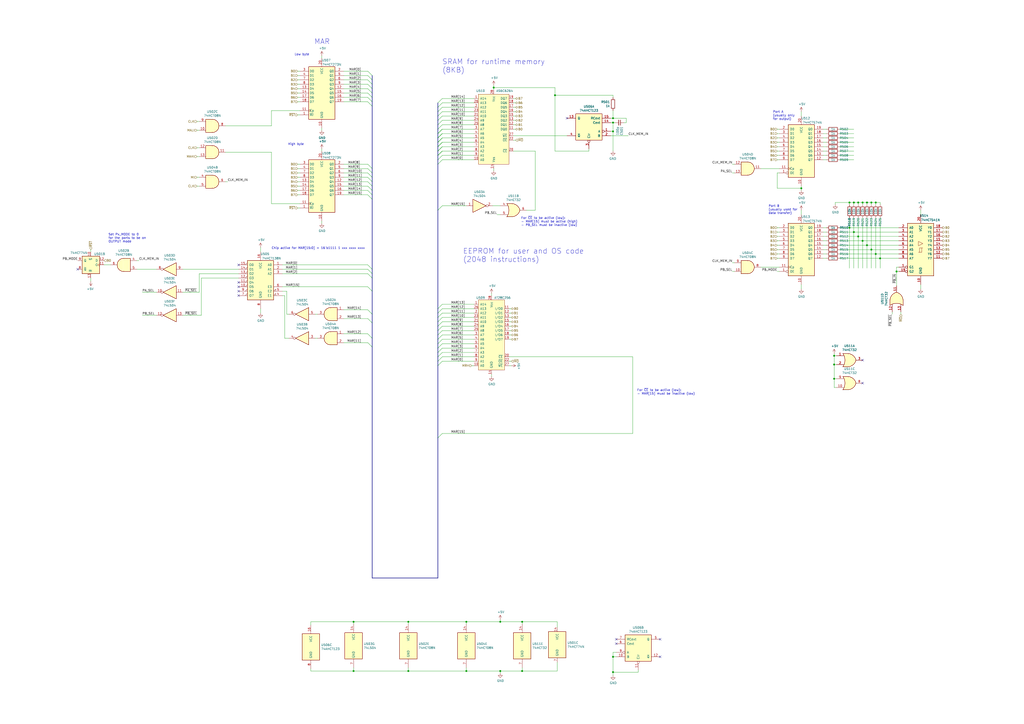
<source format=kicad_sch>
(kicad_sch (version 20211123) (generator eeschema)
  (paper "A2")
  (junction (at 510.54 149.86))
  (junction (at 355.6 76.2))
  (junction (at 290.195 360.68))
  (junction (at 505.46 117.475))
  (junction (at 492.76 117.475))
  (junction (at 355.6 381))
  (junction (at 508 117.475))
  (junction (at 302.895 389.255))
  (junction (at 302.895 360.68))
  (junction (at 236.855 389.255))
  (junction (at 321.945 55.245))
  (junction (at 270.51 360.68))
  (junction (at 495.3 117.475))
  (junction (at 236.855 360.68))
  (junction (at 502.92 142.24))
  (junction (at 497.84 117.475))
  (junction (at 500.38 117.475))
  (junction (at 495.3 134.62))
  (junction (at 508 147.32))
  (junction (at 355.6 389.89))
  (junction (at 290.195 389.255))
  (junction (at 205.105 360.68))
  (junction (at 286.385 50.8))
  (junction (at 520.065 157.48))
  (junction (at 355.6 68.58))
  (junction (at 505.46 144.78))
  (junction (at 205.105 389.255))
  (junction (at 500.38 139.7))
  (junction (at 502.92 117.475))
  (junction (at 270.51 389.255))
  (junction (at 464.82 109.22))
  (junction (at 497.84 137.16))
  (junction (at 483.87 219.71))
  (junction (at 483.87 211.455))
  (junction (at 492.76 132.08))
  (junction (at 483.87 206.375))
  (junction (at 355.6 71.12))
  (no_connect (at 138.43 153.67))
  (no_connect (at 357.505 370.84))
  (no_connect (at 357.505 373.38))
  (no_connect (at 500.38 208.915))
  (no_connect (at 138.43 168.91))
  (no_connect (at 138.43 163.83))
  (no_connect (at 500.38 222.25))
  (no_connect (at 138.43 171.45))
  (no_connect (at 382.905 370.84))
  (no_connect (at 45.085 156.21))
  (no_connect (at 138.43 166.37))
  (no_connect (at 382.905 381))
  (no_connect (at 328.93 68.58))
  (bus_entry (at 213.36 43.815) (size 2.54 2.54))
  (bus_entry (at 254 82.55) (size 2.54 -2.54))
  (bus_entry (at 213.36 53.975) (size 2.54 2.54))
  (bus_entry (at 256.54 77.47) (size -2.54 2.54))
  (bus_entry (at 213.36 107.95) (size 2.54 2.54))
  (bus_entry (at 256.54 77.47) (size -2.54 2.54))
  (bus_entry (at 254 189.23) (size 2.54 -2.54))
  (bus_entry (at 254 204.47) (size 2.54 -2.54))
  (bus_entry (at 256.54 191.77) (size -2.54 2.54))
  (bus_entry (at 213.36 110.49) (size 2.54 2.54))
  (bus_entry (at 254 69.85) (size 2.54 -2.54))
  (bus_entry (at 254 64.77) (size 2.54 -2.54))
  (bus_entry (at 254 85.09) (size 2.54 -2.54))
  (bus_entry (at 254 90.17) (size 2.54 -2.54))
  (bus_entry (at 215.9 156.21) (size -2.54 -2.54))
  (bus_entry (at 254 184.15) (size 2.54 -2.54))
  (bus_entry (at 213.36 41.275) (size 2.54 2.54))
  (bus_entry (at 213.36 95.25) (size 2.54 2.54))
  (bus_entry (at 256.54 69.85) (size -2.54 2.54))
  (bus_entry (at 213.36 56.515) (size 2.54 2.54))
  (bus_entry (at 256.54 72.39) (size -2.54 2.54))
  (bus_entry (at 213.36 51.435) (size 2.54 2.54))
  (bus_entry (at 213.36 113.03) (size 2.54 2.54))
  (bus_entry (at 213.36 100.33) (size 2.54 2.54))
  (bus_entry (at 256.54 80.01) (size -2.54 2.54))
  (bus_entry (at 213.36 46.355) (size 2.54 2.54))
  (bus_entry (at 215.9 158.75) (size -2.54 -2.54))
  (bus_entry (at 254 179.07) (size 2.54 -2.54))
  (bus_entry (at 215.9 161.29) (size -2.54 -2.54))
  (bus_entry (at 213.36 97.79) (size 2.54 2.54))
  (bus_entry (at 215.9 168.91) (size -2.54 -2.54))
  (bus_entry (at 254 77.47) (size 2.54 -2.54))
  (bus_entry (at 215.9 187.325) (size -2.54 -2.54))
  (bus_entry (at 213.36 59.055) (size 2.54 2.54))
  (bus_entry (at 254 67.31) (size 2.54 -2.54))
  (bus_entry (at 213.36 48.895) (size 2.54 2.54))
  (bus_entry (at 213.36 179.705) (size 2.54 2.54))
  (bus_entry (at 215.9 201.295) (size -2.54 -2.54))
  (bus_entry (at 254 181.61) (size 2.54 -2.54))
  (bus_entry (at 256.54 194.31) (size -2.54 2.54))
  (bus_entry (at 256.54 119.38) (size -2.54 2.54))
  (bus_entry (at 254 186.69) (size 2.54 -2.54))
  (bus_entry (at 215.9 196.215) (size -2.54 -2.54))
  (bus_entry (at 254 209.55) (size 2.54 -2.54))
  (bus_entry (at 254 62.23) (size 2.54 -2.54))
  (bus_entry (at 256.54 199.39) (size -2.54 2.54))
  (bus_entry (at 254 95.25) (size 2.54 -2.54))
  (bus_entry (at 254 207.01) (size 2.54 -2.54))
  (bus_entry (at 254 90.17) (size 2.54 -2.54))
  (bus_entry (at 254 87.63) (size 2.54 -2.54))
  (bus_entry (at 254 191.77) (size 2.54 -2.54))
  (bus_entry (at 213.36 105.41) (size 2.54 2.54))
  (bus_entry (at 256.54 82.55) (size -2.54 2.54))
  (bus_entry (at 256.54 251.46) (size -2.54 2.54))
  (bus_entry (at 254 92.71) (size 2.54 -2.54))
  (bus_entry (at 254 212.09) (size 2.54 -2.54))
  (bus_entry (at 254 59.69) (size 2.54 -2.54))
  (bus_entry (at 213.36 102.87) (size 2.54 2.54))
  (bus_entry (at 256.54 196.85) (size -2.54 2.54))
  (bus_entry (at 256.54 74.93) (size -2.54 2.54))
  (bus_entry (at 254 87.63) (size 2.54 -2.54))
  (wire (pts (xy 487.045 147.32) (xy 508 147.32)))
  (wire (pts (xy 534.035 121.92) (xy 534.035 124.46)))
  (wire (pts (xy 464.82 109.22) (xy 464.82 107.95)))
  (wire (pts (xy 256.54 82.55) (xy 274.955 82.55)))
  (wire (pts (xy 256.54 69.85) (xy 274.955 69.85)))
  (bus (pts (xy 215.9 51.435) (xy 215.9 53.975)))
  (wire (pts (xy 163.83 166.37) (xy 213.36 166.37)))
  (wire (pts (xy 116.84 182.88) (xy 116.84 161.29)))
  (wire (pts (xy 114.3 85.725) (xy 115.57 85.725)))
  (wire (pts (xy 297.815 64.77) (xy 299.085 64.77)))
  (wire (pts (xy 487.045 139.7) (xy 500.38 139.7)))
  (wire (pts (xy 199.39 110.49) (xy 213.36 110.49)))
  (wire (pts (xy 274.955 184.15) (xy 256.54 184.15)))
  (bus (pts (xy 254 77.47) (xy 254 80.01)))
  (wire (pts (xy 186.69 75.565) (xy 186.69 74.295)))
  (wire (pts (xy 256.54 74.93) (xy 274.955 74.93)))
  (wire (pts (xy 138.43 158.75) (xy 115.57 158.75)))
  (wire (pts (xy 355.6 56.515) (xy 355.6 55.245)))
  (wire (pts (xy 199.39 41.275) (xy 213.36 41.275)))
  (wire (pts (xy 286.385 50.8) (xy 321.945 50.8)))
  (wire (pts (xy 256.54 194.31) (xy 274.955 194.31)))
  (bus (pts (xy 215.9 46.355) (xy 215.9 48.895)))
  (wire (pts (xy 114.3 102.87) (xy 115.57 102.87)))
  (wire (pts (xy 274.955 209.55) (xy 256.54 209.55)))
  (wire (pts (xy 256.54 92.71) (xy 274.955 92.71)))
  (bus (pts (xy 254 85.09) (xy 254 87.63)))
  (wire (pts (xy 295.275 194.31) (xy 296.545 194.31)))
  (wire (pts (xy 274.955 189.23) (xy 256.54 189.23)))
  (wire (pts (xy 357.505 378.46) (xy 355.6 378.46)))
  (wire (pts (xy 157.48 118.11) (xy 173.99 118.11)))
  (wire (pts (xy 450.85 109.22) (xy 464.82 109.22)))
  (wire (pts (xy 186.69 129.54) (xy 186.69 128.27)))
  (wire (pts (xy 354.33 76.2) (xy 355.6 76.2)))
  (wire (pts (xy 479.425 82.55) (xy 477.52 82.55)))
  (wire (pts (xy 290.195 389.255) (xy 302.895 389.255)))
  (wire (pts (xy 364.49 78.74) (xy 354.33 78.74)))
  (wire (pts (xy 205.105 389.255) (xy 236.855 389.255)))
  (bus (pts (xy 215.9 56.515) (xy 215.9 59.055)))
  (wire (pts (xy 270.51 389.255) (xy 290.195 389.255)))
  (wire (pts (xy 484.505 117.475) (xy 492.76 117.475)))
  (bus (pts (xy 215.9 335.28) (xy 254 335.28)))
  (wire (pts (xy 199.39 95.25) (xy 213.36 95.25)))
  (wire (pts (xy 497.84 126.365) (xy 497.84 137.16)))
  (wire (pts (xy 492.76 155.575) (xy 492.76 132.08)))
  (wire (pts (xy 295.275 189.23) (xy 296.545 189.23)))
  (wire (pts (xy 79.375 156.21) (xy 90.805 156.21)))
  (bus (pts (xy 254 204.47) (xy 254 207.01)))
  (wire (pts (xy 286.385 50.8) (xy 286.385 52.07)))
  (wire (pts (xy 487.045 142.24) (xy 502.92 142.24)))
  (wire (pts (xy 505.46 155.575) (xy 505.46 144.78)))
  (wire (pts (xy 363.22 71.12) (xy 363.22 68.58)))
  (bus (pts (xy 215.9 182.245) (xy 215.9 187.325)))
  (wire (pts (xy 357.505 381) (xy 355.6 381)))
  (wire (pts (xy 285.115 217.17) (xy 285.115 218.44)))
  (wire (pts (xy 205.105 360.68) (xy 236.855 360.68)))
  (wire (pts (xy 114.3 90.805) (xy 115.57 90.805)))
  (wire (pts (xy 355.6 68.58) (xy 354.33 68.58)))
  (wire (pts (xy 487.045 87.63) (xy 495.3 87.63)))
  (bus (pts (xy 254 189.23) (xy 254 191.77)))
  (bus (pts (xy 254 74.93) (xy 254 77.47)))
  (wire (pts (xy 297.815 72.39) (xy 299.085 72.39)))
  (wire (pts (xy 295.275 196.85) (xy 296.545 196.85)))
  (wire (pts (xy 114.3 75.565) (xy 115.57 75.565)))
  (wire (pts (xy 130.81 73.025) (xy 157.48 73.025)))
  (wire (pts (xy 199.39 53.975) (xy 213.36 53.975)))
  (wire (pts (xy 305.435 121.92) (xy 310.515 121.92)))
  (wire (pts (xy 157.48 73.025) (xy 157.48 64.135)))
  (wire (pts (xy 487.045 90.17) (xy 495.3 90.17)))
  (wire (pts (xy 323.215 360.68) (xy 323.215 363.855)))
  (wire (pts (xy 479.425 80.01) (xy 477.52 80.01)))
  (wire (pts (xy 487.045 137.16) (xy 497.84 137.16)))
  (wire (pts (xy 172.72 107.95) (xy 173.99 107.95)))
  (wire (pts (xy 484.505 118.745) (xy 484.505 117.475)))
  (wire (pts (xy 79.375 151.13) (xy 80.645 151.13)))
  (wire (pts (xy 130.81 88.265) (xy 157.48 88.265)))
  (wire (pts (xy 256.54 72.39) (xy 274.955 72.39)))
  (wire (pts (xy 487.045 132.08) (xy 492.76 132.08)))
  (wire (pts (xy 172.72 97.79) (xy 173.99 97.79)))
  (wire (pts (xy 182.88 182.245) (xy 184.15 182.245)))
  (wire (pts (xy 295.275 184.15) (xy 296.545 184.15)))
  (wire (pts (xy 256.54 196.85) (xy 274.955 196.85)))
  (wire (pts (xy 213.36 179.705) (xy 199.39 179.705)))
  (bus (pts (xy 215.9 105.41) (xy 215.9 107.95)))
  (wire (pts (xy 52.705 161.29) (xy 52.705 163.195)))
  (wire (pts (xy 172.72 46.355) (xy 173.99 46.355)))
  (wire (pts (xy 500.38 117.475) (xy 497.84 117.475)))
  (wire (pts (xy 321.945 55.245) (xy 321.945 87.63)))
  (wire (pts (xy 199.39 105.41) (xy 213.36 105.41)))
  (wire (pts (xy 274.955 201.93) (xy 256.54 201.93)))
  (wire (pts (xy 355.6 76.2) (xy 355.6 71.12)))
  (wire (pts (xy 450.85 137.16) (xy 452.12 137.16)))
  (wire (pts (xy 495.3 118.745) (xy 495.3 117.475)))
  (wire (pts (xy 199.39 43.815) (xy 213.36 43.815)))
  (wire (pts (xy 483.87 211.455) (xy 485.14 211.455)))
  (wire (pts (xy 199.39 97.79) (xy 213.36 97.79)))
  (wire (pts (xy 163.83 171.45) (xy 165.1 171.45)))
  (wire (pts (xy 510.54 155.575) (xy 510.54 149.86)))
  (wire (pts (xy 288.29 124.46) (xy 290.195 124.46)))
  (wire (pts (xy 479.425 142.24) (xy 477.52 142.24)))
  (wire (pts (xy 199.39 51.435) (xy 213.36 51.435)))
  (wire (pts (xy 450.85 92.71) (xy 452.12 92.71)))
  (bus (pts (xy 215.9 158.75) (xy 215.9 161.29)))
  (wire (pts (xy 356.87 71.12) (xy 355.6 71.12)))
  (wire (pts (xy 497.84 118.745) (xy 497.84 117.475)))
  (wire (pts (xy 450.85 77.47) (xy 452.12 77.47)))
  (wire (pts (xy 450.85 139.7) (xy 452.12 139.7)))
  (wire (pts (xy 479.425 144.78) (xy 477.52 144.78)))
  (wire (pts (xy 302.895 360.68) (xy 323.215 360.68)))
  (wire (pts (xy 370.205 388.62) (xy 370.205 389.89)))
  (wire (pts (xy 355.6 381) (xy 355.6 389.89)))
  (wire (pts (xy 500.38 139.7) (xy 521.335 139.7)))
  (wire (pts (xy 273.685 212.09) (xy 274.955 212.09)))
  (wire (pts (xy 367.03 207.01) (xy 367.03 251.46)))
  (wire (pts (xy 500.38 126.365) (xy 500.38 139.7)))
  (wire (pts (xy 302.895 389.255) (xy 302.895 387.35)))
  (wire (pts (xy 172.72 41.275) (xy 173.99 41.275)))
  (wire (pts (xy 424.815 100.33) (xy 426.085 100.33)))
  (bus (pts (xy 254 67.31) (xy 254 69.85)))
  (wire (pts (xy 295.275 191.77) (xy 296.545 191.77)))
  (wire (pts (xy 295.275 186.69) (xy 296.545 186.69)))
  (bus (pts (xy 254 64.77) (xy 254 67.31)))
  (bus (pts (xy 254 59.69) (xy 254 62.23)))
  (wire (pts (xy 180.34 389.255) (xy 205.105 389.255)))
  (wire (pts (xy 297.815 74.93) (xy 299.085 74.93)))
  (bus (pts (xy 215.9 196.215) (xy 215.9 201.295)))
  (wire (pts (xy 172.72 113.03) (xy 173.99 113.03)))
  (bus (pts (xy 254 90.17) (xy 254 92.71)))
  (wire (pts (xy 492.76 126.365) (xy 492.76 132.08)))
  (bus (pts (xy 254 184.15) (xy 254 186.69)))
  (wire (pts (xy 213.36 156.21) (xy 163.83 156.21)))
  (bus (pts (xy 254 72.39) (xy 254 74.93)))
  (wire (pts (xy 505.46 126.365) (xy 505.46 144.78)))
  (wire (pts (xy 52.705 144.78) (xy 52.705 146.05)))
  (bus (pts (xy 215.9 113.03) (xy 215.9 115.57)))
  (bus (pts (xy 215.9 43.815) (xy 215.9 46.355)))
  (wire (pts (xy 270.51 360.68) (xy 290.195 360.68)))
  (wire (pts (xy 205.105 360.68) (xy 180.34 360.68)))
  (bus (pts (xy 215.9 110.49) (xy 215.9 113.03)))
  (wire (pts (xy 361.95 71.12) (xy 363.22 71.12)))
  (wire (pts (xy 500.38 155.575) (xy 500.38 139.7)))
  (wire (pts (xy 90.805 169.545) (xy 82.55 169.545)))
  (wire (pts (xy 256.54 67.31) (xy 274.955 67.31)))
  (wire (pts (xy 295.275 179.07) (xy 296.545 179.07)))
  (wire (pts (xy 205.105 387.35) (xy 205.105 389.255)))
  (bus (pts (xy 254 95.25) (xy 254 121.92)))
  (bus (pts (xy 254 212.09) (xy 254 254)))
  (wire (pts (xy 483.87 219.71) (xy 483.87 224.79)))
  (wire (pts (xy 450.85 85.09) (xy 452.12 85.09)))
  (bus (pts (xy 215.9 201.295) (xy 215.9 335.28)))
  (bus (pts (xy 215.9 168.91) (xy 215.9 182.245)))
  (bus (pts (xy 215.9 107.95) (xy 215.9 110.49)))
  (wire (pts (xy 106.045 156.21) (xy 138.43 156.21)))
  (bus (pts (xy 215.9 102.87) (xy 215.9 105.41)))
  (wire (pts (xy 182.88 196.215) (xy 184.15 196.215)))
  (bus (pts (xy 254 181.61) (xy 254 184.15)))
  (wire (pts (xy 487.045 134.62) (xy 495.3 134.62)))
  (bus (pts (xy 254 191.77) (xy 254 194.31)))
  (wire (pts (xy 166.37 168.91) (xy 166.37 182.245)))
  (bus (pts (xy 215.9 97.79) (xy 215.9 100.33)))
  (wire (pts (xy 286.385 97.79) (xy 286.385 99.06)))
  (bus (pts (xy 254 69.85) (xy 254 72.39)))
  (wire (pts (xy 450.85 132.08) (xy 452.12 132.08)))
  (wire (pts (xy 236.855 360.68) (xy 270.51 360.68)))
  (wire (pts (xy 199.39 46.355) (xy 213.36 46.355)))
  (wire (pts (xy 450.85 142.24) (xy 452.12 142.24)))
  (bus (pts (xy 254 209.55) (xy 254 212.09)))
  (bus (pts (xy 254 254) (xy 254 335.28)))
  (wire (pts (xy 487.045 77.47) (xy 495.3 77.47)))
  (wire (pts (xy 520.065 157.48) (xy 521.335 157.48)))
  (wire (pts (xy 296.545 209.55) (xy 295.275 209.55)))
  (wire (pts (xy 508 117.475) (xy 505.46 117.475)))
  (bus (pts (xy 254 80.01) (xy 254 82.55)))
  (wire (pts (xy 464.82 110.49) (xy 464.82 109.22)))
  (wire (pts (xy 90.805 182.88) (xy 82.55 182.88)))
  (wire (pts (xy 487.045 92.71) (xy 495.3 92.71)))
  (wire (pts (xy 302.895 360.68) (xy 302.895 361.95)))
  (wire (pts (xy 510.54 117.475) (xy 508 117.475)))
  (wire (pts (xy 450.85 80.01) (xy 452.12 80.01)))
  (wire (pts (xy 163.83 153.67) (xy 213.36 153.67)))
  (wire (pts (xy 355.6 389.89) (xy 355.6 391.795)))
  (wire (pts (xy 116.84 161.29) (xy 138.43 161.29)))
  (wire (pts (xy 172.72 105.41) (xy 173.99 105.41)))
  (wire (pts (xy 295.275 212.09) (xy 296.545 212.09)))
  (wire (pts (xy 522.605 182.245) (xy 522.605 180.975)))
  (wire (pts (xy 479.425 85.09) (xy 477.52 85.09)))
  (bus (pts (xy 254 87.63) (xy 254 90.17)))
  (wire (pts (xy 534.035 165.1) (xy 534.035 167.64)))
  (wire (pts (xy 500.38 118.745) (xy 500.38 117.475)))
  (wire (pts (xy 186.69 86.36) (xy 186.69 87.63)))
  (wire (pts (xy 355.6 55.245) (xy 321.945 55.245)))
  (wire (pts (xy 450.85 157.48) (xy 452.12 157.48)))
  (wire (pts (xy 510.54 126.365) (xy 510.54 149.86)))
  (wire (pts (xy 505.46 117.475) (xy 502.92 117.475)))
  (wire (pts (xy 479.425 74.93) (xy 477.52 74.93)))
  (wire (pts (xy 163.83 158.75) (xy 213.36 158.75)))
  (wire (pts (xy 521.335 154.94) (xy 520.065 154.94)))
  (wire (pts (xy 236.855 389.255) (xy 270.51 389.255)))
  (wire (pts (xy 355.6 378.46) (xy 355.6 381)))
  (bus (pts (xy 254 201.93) (xy 254 204.47)))
  (wire (pts (xy 464.82 121.92) (xy 464.82 124.46)))
  (wire (pts (xy 492.76 132.08) (xy 521.335 132.08)))
  (bus (pts (xy 254 186.69) (xy 254 189.23)))
  (bus (pts (xy 254 121.92) (xy 254 179.07)))
  (wire (pts (xy 256.54 77.47) (xy 274.955 77.47)))
  (bus (pts (xy 215.9 61.595) (xy 215.9 97.79)))
  (wire (pts (xy 328.93 78.74) (xy 297.815 78.74)))
  (wire (pts (xy 450.85 82.55) (xy 452.12 82.55)))
  (wire (pts (xy 274.955 207.01) (xy 256.54 207.01)))
  (wire (pts (xy 479.425 92.71) (xy 477.52 92.71)))
  (wire (pts (xy 290.195 389.255) (xy 290.195 390.525)))
  (wire (pts (xy 479.425 90.17) (xy 477.52 90.17)))
  (wire (pts (xy 172.72 51.435) (xy 173.99 51.435)))
  (wire (pts (xy 441.325 97.79) (xy 452.12 97.79)))
  (wire (pts (xy 163.83 168.91) (xy 166.37 168.91)))
  (bus (pts (xy 215.9 59.055) (xy 215.9 61.595)))
  (wire (pts (xy 106.045 169.545) (xy 115.57 169.545)))
  (wire (pts (xy 274.955 186.69) (xy 256.54 186.69)))
  (wire (pts (xy 495.3 117.475) (xy 492.76 117.475)))
  (wire (pts (xy 355.6 64.135) (xy 355.6 68.58)))
  (wire (pts (xy 213.36 193.675) (xy 199.39 193.675)))
  (wire (pts (xy 479.425 132.08) (xy 477.52 132.08)))
  (wire (pts (xy 166.37 182.245) (xy 167.64 182.245)))
  (bus (pts (xy 254 179.07) (xy 254 181.61)))
  (wire (pts (xy 172.72 56.515) (xy 173.99 56.515)))
  (wire (pts (xy 297.815 87.63) (xy 310.515 87.63)))
  (wire (pts (xy 172.72 95.25) (xy 173.99 95.25)))
  (wire (pts (xy 172.72 59.055) (xy 173.99 59.055)))
  (wire (pts (xy 492.76 117.475) (xy 492.76 118.745)))
  (wire (pts (xy 487.045 144.78) (xy 505.46 144.78)))
  (wire (pts (xy 479.425 87.63) (xy 477.52 87.63)))
  (wire (pts (xy 295.275 181.61) (xy 296.545 181.61)))
  (wire (pts (xy 256.54 191.77) (xy 274.955 191.77)))
  (wire (pts (xy 497.84 155.575) (xy 497.84 137.16)))
  (wire (pts (xy 115.57 107.95) (xy 114.3 107.95)))
  (wire (pts (xy 297.815 69.85) (xy 299.085 69.85)))
  (wire (pts (xy 370.205 389.89) (xy 355.6 389.89)))
  (wire (pts (xy 483.87 224.79) (xy 485.14 224.79)))
  (bus (pts (xy 254 92.71) (xy 254 95.25)))
  (wire (pts (xy 520.065 154.94) (xy 520.065 157.48)))
  (wire (pts (xy 157.48 88.265) (xy 157.48 118.11)))
  (bus (pts (xy 254 82.55) (xy 254 85.09)))
  (wire (pts (xy 256.54 119.38) (xy 270.51 119.38)))
  (wire (pts (xy 479.425 149.86) (xy 477.52 149.86)))
  (wire (pts (xy 151.13 143.51) (xy 151.13 146.05)))
  (wire (pts (xy 165.1 171.45) (xy 165.1 196.215)))
  (wire (pts (xy 274.955 176.53) (xy 256.54 176.53)))
  (wire (pts (xy 172.72 48.895) (xy 173.99 48.895)))
  (wire (pts (xy 441.325 154.94) (xy 452.12 154.94)))
  (wire (pts (xy 256.54 251.46) (xy 367.03 251.46)))
  (wire (pts (xy 450.85 149.86) (xy 452.12 149.86)))
  (bus (pts (xy 254 194.31) (xy 254 196.85)))
  (wire (pts (xy 172.72 100.33) (xy 173.99 100.33)))
  (wire (pts (xy 502.92 117.475) (xy 500.38 117.475)))
  (wire (pts (xy 452.12 100.33) (xy 450.85 100.33)))
  (wire (pts (xy 297.815 62.23) (xy 299.085 62.23)))
  (wire (pts (xy 487.045 80.01) (xy 495.3 80.01)))
  (wire (pts (xy 256.54 62.23) (xy 274.955 62.23)))
  (wire (pts (xy 502.92 126.365) (xy 502.92 142.24)))
  (wire (pts (xy 450.85 147.32) (xy 452.12 147.32)))
  (wire (pts (xy 256.54 64.77) (xy 274.955 64.77)))
  (wire (pts (xy 256.54 57.15) (xy 274.955 57.15)))
  (wire (pts (xy 495.3 134.62) (xy 521.335 134.62)))
  (wire (pts (xy 424.815 95.25) (xy 426.085 95.25)))
  (wire (pts (xy 236.855 361.95) (xy 236.855 360.68)))
  (wire (pts (xy 172.72 53.975) (xy 173.99 53.975)))
  (wire (pts (xy 274.955 179.07) (xy 256.54 179.07)))
  (bus (pts (xy 254 199.39) (xy 254 201.93)))
  (wire (pts (xy 464.82 165.1) (xy 464.82 167.64)))
  (wire (pts (xy 508 126.365) (xy 508 147.32)))
  (wire (pts (xy 199.39 107.95) (xy 213.36 107.95)))
  (wire (pts (xy 256.54 90.17) (xy 274.955 90.17)))
  (wire (pts (xy 355.6 76.2) (xy 355.6 87.63)))
  (wire (pts (xy 483.87 205.105) (xy 483.87 206.375)))
  (wire (pts (xy 213.36 198.755) (xy 199.39 198.755)))
  (wire (pts (xy 505.46 144.78) (xy 521.335 144.78)))
  (bus (pts (xy 215.9 161.29) (xy 215.9 168.91)))
  (bus (pts (xy 215.9 53.975) (xy 215.9 56.515)))
  (wire (pts (xy 464.82 64.77) (xy 464.82 67.31)))
  (wire (pts (xy 199.39 102.87) (xy 213.36 102.87)))
  (wire (pts (xy 172.72 110.49) (xy 173.99 110.49)))
  (wire (pts (xy 297.815 57.15) (xy 299.085 57.15)))
  (wire (pts (xy 274.955 204.47) (xy 256.54 204.47)))
  (wire (pts (xy 487.045 149.86) (xy 510.54 149.86)))
  (wire (pts (xy 256.54 85.09) (xy 274.955 85.09)))
  (wire (pts (xy 205.105 360.68) (xy 205.105 361.95)))
  (wire (pts (xy 479.425 137.16) (xy 477.52 137.16)))
  (wire (pts (xy 130.81 105.41) (xy 132.08 105.41)))
  (wire (pts (xy 483.87 219.71) (xy 485.14 219.71)))
  (bus (pts (xy 215.9 156.21) (xy 215.9 158.75)))
  (wire (pts (xy 157.48 64.135) (xy 173.99 64.135)))
  (wire (pts (xy 172.72 120.65) (xy 173.99 120.65)))
  (wire (pts (xy 199.39 59.055) (xy 213.36 59.055)))
  (wire (pts (xy 483.87 206.375) (xy 483.87 211.455)))
  (wire (pts (xy 199.39 56.515) (xy 213.36 56.515)))
  (wire (pts (xy 450.85 87.63) (xy 452.12 87.63)))
  (bus (pts (xy 254 196.85) (xy 254 199.39)))
  (wire (pts (xy 367.03 207.01) (xy 295.275 207.01)))
  (wire (pts (xy 172.72 43.815) (xy 173.99 43.815)))
  (wire (pts (xy 165.1 196.215) (xy 167.64 196.215)))
  (wire (pts (xy 341.63 87.63) (xy 341.63 86.36)))
  (wire (pts (xy 256.54 80.01) (xy 274.955 80.01)))
  (wire (pts (xy 321.945 50.8) (xy 321.945 55.245)))
  (wire (pts (xy 483.87 211.455) (xy 483.87 219.71)))
  (wire (pts (xy 290.195 360.68) (xy 302.895 360.68)))
  (wire (pts (xy 256.54 87.63) (xy 274.955 87.63)))
  (wire (pts (xy 495.3 155.575) (xy 495.3 134.62)))
  (wire (pts (xy 297.815 59.69) (xy 299.085 59.69)))
  (wire (pts (xy 479.425 134.62) (xy 477.52 134.62)))
  (wire (pts (xy 274.955 181.61) (xy 256.54 181.61)))
  (wire (pts (xy 479.425 147.32) (xy 477.52 147.32)))
  (wire (pts (xy 450.85 74.93) (xy 452.12 74.93)))
  (wire (pts (xy 323.215 389.255) (xy 323.215 384.175)))
  (wire (pts (xy 60.325 153.67) (xy 64.135 153.67)))
  (wire (pts (xy 199.39 100.33) (xy 213.36 100.33)))
  (wire (pts (xy 502.92 118.745) (xy 502.92 117.475)))
  (wire (pts (xy 502.92 155.575) (xy 502.92 142.24)))
  (wire (pts (xy 151.13 179.07) (xy 151.13 181.61)))
  (wire (pts (xy 508 155.575) (xy 508 147.32)))
  (wire (pts (xy 483.87 206.375) (xy 485.14 206.375)))
  (wire (pts (xy 479.425 77.47) (xy 477.52 77.47)))
  (wire (pts (xy 186.69 32.385) (xy 186.69 33.655)))
  (wire (pts (xy 497.84 137.16) (xy 521.335 137.16)))
  (wire (pts (xy 424.815 157.48) (xy 426.085 157.48)))
  (wire (pts (xy 497.84 117.475) (xy 495.3 117.475)))
  (bus (pts (xy 254 62.23) (xy 254 64.77)))
  (wire (pts (xy 355.6 71.12) (xy 354.33 71.12)))
  (wire (pts (xy 508 118.745) (xy 508 117.475)))
  (wire (pts (xy 510.54 118.745) (xy 510.54 117.475)))
  (wire (pts (xy 487.045 85.09) (xy 495.3 85.09)))
  (wire (pts (xy 172.72 102.87) (xy 173.99 102.87)))
  (wire (pts (xy 479.425 139.7) (xy 477.52 139.7)))
  (wire (pts (xy 106.045 182.88) (xy 116.84 182.88)))
  (wire (pts (xy 199.39 48.895) (xy 213.36 48.895)))
  (wire (pts (xy 487.045 74.93) (xy 495.3 74.93)))
  (wire (pts (xy 290.195 119.38) (xy 285.75 119.38)))
  (wire (pts (xy 199.39 113.03) (xy 213.36 113.03)))
  (wire (pts (xy 487.045 82.55) (xy 495.3 82.55)))
  (wire (pts (xy 502.92 142.24) (xy 521.335 142.24)))
  (bus (pts (xy 215.9 48.895) (xy 215.9 51.435)))
  (wire (pts (xy 510.54 149.86) (xy 521.335 149.86)))
  (wire (pts (xy 236.855 387.35) (xy 236.855 389.255)))
  (bus (pts (xy 254 207.01) (xy 254 209.55)))
  (wire (pts (xy 505.46 118.745) (xy 505.46 117.475)))
  (wire (pts (xy 450.85 90.17) (xy 452.12 90.17)))
  (wire (pts (xy 172.72 66.675) (xy 173.99 66.675)))
  (bus (pts (xy 215.9 187.325) (xy 215.9 196.215)))
  (wire (pts (xy 495.3 126.365) (xy 495.3 134.62)))
  (bus (pts (xy 215.9 115.57) (xy 215.9 156.21)))
  (wire (pts (xy 286.385 49.53) (xy 286.385 50.8)))
  (wire (pts (xy 297.815 67.31) (xy 299.085 67.31)))
  (wire (pts (xy 363.22 68.58) (xy 355.6 68.58)))
  (wire (pts (xy 310.515 87.63) (xy 310.515 121.92)))
  (wire (pts (xy 517.525 182.245) (xy 517.525 180.975)))
  (wire (pts (xy 520.065 165.735) (xy 520.065 157.48)))
  (bus (pts (xy 215.9 100.33) (xy 215.9 102.87)))
  (wire (pts (xy 180.34 360.68) (xy 180.34 362.585)))
  (wire (pts (xy 270.51 389.255) (xy 270.51 387.35)))
  (wire (pts (xy 256.54 59.69) (xy 274.955 59.69)))
  (wire (pts (xy 450.85 144.78) (xy 452.12 144.78)))
  (wire (pts (xy 213.36 184.785) (xy 199.39 184.785)))
  (wire (pts (xy 450.85 100.33) (xy 450.85 109.22)))
  (wire (pts (xy 424.815 152.4) (xy 426.085 152.4)))
  (wire (pts (xy 302.895 389.255) (xy 323.215 389.255)))
  (wire (pts (xy 180.34 387.985) (xy 180.34 389.255)))
  (wire (pts (xy 115.57 158.75) (xy 115.57 169.545)))
  (wire (pts (xy 321.945 87.63) (xy 341.63 87.63)))
  (wire (pts (xy 114.3 70.485) (xy 115.57 70.485)))
  (wire (pts (xy 285.115 170.18) (xy 285.115 171.45)))
  (wire (pts (xy 450.85 134.62) (xy 452.12 134.62)))
  (wire (pts (xy 508 147.32) (xy 521.335 147.32)))
  (wire (pts (xy 256.54 199.39) (xy 274.955 199.39)))
  (wire (pts (xy 290.195 359.41) (xy 290.195 360.68)))
  (wire (pts (xy 299.085 81.28) (xy 297.815 81.28)))
  (wire (pts (xy 270.51 360.68) (xy 270.51 361.95)))
  (text "Chip active for MAR[15:0] = 16'b1111 1 xxx xxxx xxxx" (at 157.48 144.78 0) (effects (font (size 1.27 1.27)) (justify left bottom)))
  (text "MAR" (at 182.245 26.035 0) (effects (font (size 2.9972 2.9972)) (justify left bottom)))
  (text "Set Px_MODE to 0\nfor the ports to be on\nOUTPUT mode" (at 62.865 140.97 0) (effects (font (size 1.27 1.27)) (justify left bottom)))
  (text "High byte\n" (at 167.005 84.455 0) (effects (font (size 1.27 1.27)) (justify left bottom)))
  (text "Port B\n(usually used for\ndata transfer)" (at 445.77 124.46 0) (effects (font (size 1.27 1.27)) (justify left bottom)))
  (text "EEPROM for user and OS code\n(2048 instructions)" (at 268.605 152.4 0) (effects (font (size 2.9972 2.9972)) (justify left bottom)))
  (text "For ~{CE} to be active (low):\n- MAR[15] must be active (high)\n- PB_SEL must be inactive (low)" (at 302.26 131.445 0) (effects (font (size 1.27 1.27)) (justify left bottom)))
  (text "SRAM for runtime memory\n(8KB)" (at 256.54 42.545 0) (effects (font (size 2.9972 2.9972)) (justify left bottom)))
  (text "Low byte" (at 170.815 32.385 0) (effects (font (size 1.27 1.27)) (justify left bottom)))
  (text "For ~{CE} to be active (low):\n- MAR[15] must be inactive (low)" (at 369.57 229.235 0) (effects (font (size 1.27 1.27)) (justify left bottom)))
  (text "Port A\n(usually only\nfor output)" (at 448.31 69.85 0) (effects (font (size 1.27 1.27)) (justify left bottom)))
  (label "MAR[12]" (at 261.62 179.07 0))
  (label "MAR[3]" (at 202.565 48.895 0))
  (label "MAR[5]" (at 202.565 53.975 0))
  (label "MAR[11]" (at 261.62 181.61 0))
  (label "MAR[12]" (at 209.55 193.675 180))
  (label "MAR[13]" (at 261.62 176.53 0))
  (label "MAR[13]" (at 261.62 59.69 0))
  (label "MAR[14]" (at 261.62 57.15 0))
  (label "MAR[9]" (at 261.62 69.85 0))
  (label "MAR[7]" (at 268.605 74.93 180))
  (label "PA_SEL" (at 424.815 100.33 180))
  (label "MAR[10]" (at 261.62 184.15 0))
  (label "PB_MODE" (at 45.085 151.13 180))
  (label "PB_SEL" (at 424.815 157.48 180))
  (label "PB_SEL" (at 82.55 182.88 0))
  (label "MAR[11]" (at 201.93 102.87 0))
  (label "MAR[15]" (at 201.93 113.03 0))
  (label "MAR[9]" (at 201.93 97.79 0))
  (label "MAR[2]" (at 165.735 158.75 0))
  (label "MAR[10]" (at 261.62 67.31 0))
  (label "MAR[13]" (at 209.55 184.785 180))
  (label "MAR[14]" (at 201.93 110.49 0))
  (label "MAR[3]" (at 268.605 85.09 180))
  (label "MAR[0]" (at 202.565 41.275 0))
  (label "MAR[2]" (at 202.565 46.355 0))
  (label "~{PB_IN}" (at 520.065 164.465 90))
  (label "MAR[4]" (at 202.565 51.435 0))
  (label "MAR[6]" (at 202.565 56.515 0))
  (label "~{PB_SEL}" (at 517.525 182.245 270))
  (label "MAR[5]" (at 268.605 80.01 180))
  (label "PB_MODE" (at 450.85 157.48 180))
  (label "MAR[9]" (at 261.62 186.69 0))
  (label "PB_SEL" (at 288.29 124.46 180))
  (label "MAR[3]" (at 268.605 201.93 180))
  (label "MAR[2]" (at 268.605 87.63 180))
  (label "MAR[10]" (at 201.93 100.33 0))
  (label "PA_SEL" (at 82.55 169.545 0))
  (label "MAR[1]" (at 165.735 156.21 0))
  (label "MAR[1]" (at 268.605 90.17 180))
  (label "MAR[8]" (at 201.93 95.25 0))
  (label "CLK_MEM_IN" (at 364.49 78.74 0))
  (label "MAR[15]" (at 261.62 251.46 0))
  (label "CLK_MEM_IN" (at 424.815 152.4 180))
  (label "CLK_MEM_IN" (at 80.645 151.13 0))
  (label "MAR[11]" (at 261.62 64.77 0))
  (label "MAR[14]" (at 209.55 179.705 180))
  (label "MAR[0]" (at 268.605 92.71 180))
  (label "MAR[6]" (at 268.605 194.31 180))
  (label "MAR[15]" (at 165.735 166.37 0))
  (label "MAR[2]" (at 268.605 204.47 180))
  (label "~{PA_SEL}" (at 107.315 169.545 0))
  (label "MAR[4]" (at 268.605 82.55 180))
  (label "MAR[7]" (at 268.605 191.77 180))
  (label "MAR[5]" (at 268.605 196.85 180))
  (label "MAR[6]" (at 268.605 77.47 180))
  (label "MAR[13]" (at 201.93 107.95 0))
  (label "MAR[12]" (at 201.93 105.41 0))
  (label "MAR[7]" (at 202.565 59.055 0))
  (label "MAR[8]" (at 261.62 72.39 0))
  (label "MAR[0]" (at 165.735 153.67 0))
  (label "CLK_MEM_IN" (at 424.815 95.25 180))
  (label "MAR[1]" (at 202.565 43.815 0))
  (label "CLK_MEM_IN" (at 132.08 105.41 0))
  (label "MAR[8]" (at 261.62 189.23 0))
  (label "MAR[12]" (at 261.62 62.23 0))
  (label "MAR[15]" (at 261.62 119.38 0))
  (label "MAR[1]" (at 268.605 207.01 180))
  (label "MAR[4]" (at 268.605 199.39 180))
  (label "MAR[0]" (at 268.605 209.55 180))
  (label "MAR[11]" (at 209.55 198.755 180))
  (label "~{PB_SEL}" (at 107.315 182.88 0))
  (hierarchical_label "B2" (shape input) (at 172.72 46.355 180))
  (hierarchical_label "B7" (shape bidirectional) (at 299.085 57.15 0))
  (hierarchical_label "B0" (shape output) (at 546.735 132.08 0))
  (hierarchical_label "B5" (shape input) (at 172.72 53.975 180))
  (hierarchical_label "B0" (shape input) (at 172.72 41.275 180))
  (hierarchical_label "B3" (shape output) (at 546.735 139.7 0))
  (hierarchical_label "~{MO}" (shape input) (at 299.085 81.28 0))
  (hierarchical_label "B3" (shape input) (at 450.85 82.55 180))
  (hierarchical_label "B4" (shape input) (at 450.85 85.09 180))
  (hierarchical_label "B4" (shape bidirectional) (at 299.085 64.77 0))
  (hierarchical_label "B2" (shape bidirectional) (at 299.085 69.85 0))
  (hierarchical_label "B2" (shape bidirectional) (at 296.545 184.15 0))
  (hierarchical_label "B1" (shape bidirectional) (at 299.085 72.39 0))
  (hierarchical_label "B6" (shape input) (at 450.85 90.17 180))
  (hierarchical_label "~{RST}" (shape input) (at 172.72 66.675 180))
  (hierarchical_label "B1" (shape input) (at 172.72 97.79 180))
  (hierarchical_label "B3" (shape input) (at 450.85 139.7 180))
  (hierarchical_label "B4" (shape input) (at 172.72 51.435 180))
  (hierarchical_label "B7" (shape input) (at 450.85 92.71 180))
  (hierarchical_label "B1" (shape input) (at 450.85 134.62 180))
  (hierarchical_label "B2" (shape input) (at 172.72 100.33 180))
  (hierarchical_label "MI" (shape input) (at 114.3 102.87 180))
  (hierarchical_label "B6" (shape output) (at 546.735 147.32 0))
  (hierarchical_label "B1" (shape input) (at 450.85 77.47 180))
  (hierarchical_label "B6" (shape bidirectional) (at 299.085 59.69 0))
  (hierarchical_label "B1" (shape output) (at 546.735 134.62 0))
  (hierarchical_label "B3" (shape input) (at 172.72 48.895 180))
  (hierarchical_label "B0" (shape input) (at 450.85 132.08 180))
  (hierarchical_label "~{MO}" (shape input) (at 296.545 209.55 0))
  (hierarchical_label "B0" (shape input) (at 172.72 95.25 180))
  (hierarchical_label "CLK" (shape input) (at 114.3 107.95 180))
  (hierarchical_label "B7" (shape input) (at 172.72 113.03 180))
  (hierarchical_label "CLK" (shape input) (at 114.3 85.725 180))
  (hierarchical_label "B2" (shape input) (at 450.85 137.16 180))
  (hierarchical_label "~{RST}" (shape input) (at 52.705 144.78 90))
  (hierarchical_label "B2" (shape output) (at 546.735 137.16 0))
  (hierarchical_label "B7" (shape input) (at 450.85 149.86 180))
  (hierarchical_label "B6" (shape input) (at 172.72 56.515 180))
  (hierarchical_label "B3" (shape bidirectional) (at 296.545 186.69 0))
  (hierarchical_label "B5" (shape input) (at 450.85 144.78 180))
  (hierarchical_label "B4" (shape bidirectional) (at 296.545 189.23 0))
  (hierarchical_label "B5" (shape output) (at 546.735 144.78 0))
  (hierarchical_label "B5" (shape input) (at 450.85 87.63 180))
  (hierarchical_label "B4" (shape output) (at 546.735 142.24 0))
  (hierarchical_label "B3" (shape input) (at 172.72 102.87 180))
  (hierarchical_label "B1" (shape bidirectional) (at 296.545 181.61 0))
  (hierarchical_label "MRH" (shape input) (at 273.685 212.09 180))
  (hierarchical_label "~{RST}" (shape input) (at 172.72 120.65 180))
  (hierarchical_label "CLK" (shape input) (at 114.3 70.485 180))
  (hierarchical_label "~{MO}" (shape input) (at 522.605 182.245 270))
  (hierarchical_label "B2" (shape input) (at 450.85 80.01 180))
  (hierarchical_label "B0" (shape bidirectional) (at 299.085 74.93 0))
  (hierarchical_label "B5" (shape bidirectional) (at 296.545 191.77 0))
  (hierarchical_label "B6" (shape input) (at 172.72 110.49 180))
  (hierarchical_label "B7" (shape input) (at 172.72 59.055 180))
  (hierarchical_label "B0" (shape input) (at 450.85 74.93 180))
  (hierarchical_label "B5" (shape bidirectional) (at 299.085 62.23 0))
  (hierarchical_label "B6" (shape input) (at 450.85 147.32 180))
  (hierarchical_label "B6" (shape bidirectional) (at 296.545 194.31 0))
  (hierarchical_label "B7" (shape output) (at 546.735 149.86 0))
  (hierarchical_label "B4" (shape input) (at 172.72 105.41 180))
  (hierarchical_label "B3" (shape bidirectional) (at 299.085 67.31 0))
  (hierarchical_label "B0" (shape input) (at 60.325 151.13 0))
  (hierarchical_label "MALI" (shape input) (at 114.3 75.565 180))
  (hierarchical_label "MAHI" (shape input) (at 114.3 90.805 180))
  (hierarchical_label "B5" (shape input) (at 172.72 107.95 180))
  (hierarchical_label "B4" (shape input) (at 450.85 142.24 180))
  (hierarchical_label "B0" (shape bidirectional) (at 296.545 179.07 0))
  (hierarchical_label "B7" (shape bidirectional) (at 296.545 196.85 0))
  (hierarchical_label "B1" (shape input) (at 172.72 43.815 180))
  (symbol (lib_id "Breadboard_CPU-rescue:74AHCT273-74xx") (at 186.69 53.975 0) (unit 1)
    (property "Reference" "U507" (at 189.23 34.925 0))
    (property "Value" "74HCT273N" (at 192.405 37.465 0))
    (property "Datasheet" "https://assets.nexperia.com/documents/data-sheet/74AHC_AHCT273.pdf" (effects hide))
  )
  (symbol (lib_id "Breadboard_CPU-rescue:GND-power") (at 285.115 218.44 0) (unit 1)
    (property "Reference" "#PWR0509" (effects hide))
    (property "Value" "GND" (at 285.242 222.8342 0))
  )
  (symbol (lib_id "Breadboard_CPU-rescue:GND-power") (at 286.385 99.06 0) (unit 1)
    (property "Reference" "#PWR0511" (effects hide))
    (property "Value" "GND" (at 286.512 103.4542 0))
  )
  (symbol (lib_id "Breadboard_CPU-rescue:GND-power") (at 186.69 75.565 0) (unit 1)
    (property "Reference" "#PWR0505" (effects hide))
    (property "Value" "GND" (at 186.817 79.9592 0))
  )
  (symbol (lib_id "Breadboard_CPU-rescue:74AHCT273-74xx") (at 186.69 107.95 0) (unit 1)
    (property "Reference" "U508" (at 189.23 88.9 0))
    (property "Value" "74HCT273N" (at 192.405 91.44 0))
    (property "Datasheet" "https://assets.nexperia.com/documents/data-sheet/74AHC_AHCT273.pdf" (effects hide))
  )
  (symbol (lib_id "Breadboard_CPU-rescue:GND-power") (at 186.69 129.54 0) (unit 1)
    (property "Reference" "#PWR0507" (effects hide))
    (property "Value" "GND" (at 186.817 133.9342 0))
  )
  (symbol (lib_id "Breadboard_CPU-rescue:74LS138-74xx") (at 151.13 161.29 0) (mirror y) (unit 1)
    (property "Reference" "U505" (at 153.67 147.32 0))
    (property "Value" "74HCT138N" (at 157.48 149.86 0))
    (property "Datasheet" "http://www.ti.com/lit/gpn/sn74LS138" (effects hide))
  )
  (symbol (lib_id "Breadboard_CPU-rescue:GND-power") (at 151.13 181.61 0) (unit 1)
    (property "Reference" "#PWR0503" (effects hide))
    (property "Value" "GND" (at 151.257 186.0042 0))
  )
  (symbol (lib_id "Breadboard_CPU-rescue:74LS08-74xx") (at 71.755 153.67 0) (mirror y) (unit 2)
    (property "Reference" "U502" (at 71.755 145.415 0))
    (property "Value" "74HCT08N" (at 71.755 147.7264 0))
    (property "Datasheet" "http://www.ti.com/lit/gpn/sn74LS08" (effects hide))
  )
  (symbol (lib_id "Breadboard_CPU-rescue:74LS08-74xx") (at 123.19 88.265 0) (unit 4)
    (property "Reference" "U502" (at 123.19 80.01 0))
    (property "Value" "74HCT08N" (at 123.19 82.3214 0))
    (property "Datasheet" "http://www.ti.com/lit/gpn/sn74LS08" (effects hide))
  )
  (symbol (lib_id "Breadboard_CPU-rescue:74LS08-74xx") (at 191.77 196.215 0) (mirror y) (unit 1)
    (property "Reference" "U504" (at 191.77 187.96 0))
    (property "Value" "74HCT08N" (at 191.77 190.2714 0))
    (property "Datasheet" "http://www.ti.com/lit/gpn/sn74LS08" (effects hide))
  )
  (symbol (lib_id "Breadboard_CPU-rescue:GND-power") (at 290.195 390.525 0) (unit 1)
    (property "Reference" "#PWR0513" (effects hide))
    (property "Value" "GND" (at 290.322 394.9192 0))
  )
  (symbol (lib_id "Breadboard_CPU-rescue:GND-power") (at 484.505 118.745 0) (unit 1)
    (property "Reference" "#PWR0522" (effects hide))
    (property "Value" "GND" (at 484.632 123.1392 0))
  )
  (symbol (lib_id "Breadboard_CPU-rescue:R-Device") (at 492.76 122.555 180) (unit 1)
    (property "Reference" "R518" (at 492.76 128.905 90))
    (property "Value" "10k" (at 492.76 122.555 90))
  )
  (symbol (lib_id "Breadboard_CPU-rescue:R-Device") (at 495.3 122.555 180) (unit 1)
    (property "Reference" "R519" (at 495.3 128.905 90))
    (property "Value" "10k" (at 495.3 122.555 90))
  )
  (symbol (lib_id "Breadboard_CPU-rescue:R-Device") (at 497.84 122.555 180) (unit 1)
    (property "Reference" "R520" (at 497.84 128.905 90))
    (property "Value" "10k" (at 497.84 122.555 90))
  )
  (symbol (lib_id "Breadboard_CPU-rescue:R-Device") (at 500.38 122.555 180) (unit 1)
    (property "Reference" "R521" (at 500.38 128.905 90))
    (property "Value" "10k" (at 500.38 122.555 90))
  )
  (symbol (lib_id "Breadboard_CPU-rescue:R-Device") (at 502.92 122.555 180) (unit 1)
    (property "Reference" "R522" (at 502.92 128.905 90))
    (property "Value" "10k" (at 502.92 122.555 90))
  )
  (symbol (lib_id "Breadboard_CPU-rescue:R-Device") (at 505.46 122.555 180) (unit 1)
    (property "Reference" "R523" (at 505.46 128.905 90))
    (property "Value" "10k" (at 505.46 122.555 90))
  )
  (symbol (lib_id "Breadboard_CPU-rescue:R-Device") (at 508 122.555 180) (unit 1)
    (property "Reference" "R524" (at 508 128.905 90))
    (property "Value" "10k" (at 508 122.555 90))
  )
  (symbol (lib_id "Breadboard_CPU-rescue:R-Device") (at 510.54 122.555 180) (unit 1)
    (property "Reference" "R525" (at 510.54 128.905 90))
    (property "Value" "10k" (at 510.54 122.555 90))
  )
  (symbol (lib_id "Breadboard_CPU-rescue:R-Device") (at 483.235 149.86 270) (unit 1)
    (property "Reference" "R517" (at 489.585 149.86 90))
    (property "Value" "1k" (at 483.235 149.86 90))
  )
  (symbol (lib_id "Breadboard_CPU-rescue:R-Device") (at 483.235 147.32 270) (unit 1)
    (property "Reference" "R516" (at 489.585 147.32 90))
    (property "Value" "1k" (at 483.235 147.32 90))
  )
  (symbol (lib_id "Breadboard_CPU-rescue:R-Device") (at 483.235 144.78 270) (unit 1)
    (property "Reference" "R515" (at 489.585 144.78 90))
    (property "Value" "1k" (at 483.235 144.78 90))
  )
  (symbol (lib_id "Breadboard_CPU-rescue:R-Device") (at 483.235 142.24 270) (unit 1)
    (property "Reference" "R514" (at 489.585 142.24 90))
    (property "Value" "1k" (at 483.235 142.24 90))
  )
  (symbol (lib_id "Breadboard_CPU-rescue:R-Device") (at 483.235 139.7 270) (unit 1)
    (property "Reference" "R513" (at 489.585 139.7 90))
    (property "Value" "1k" (at 483.235 139.7 90))
  )
  (symbol (lib_id "Breadboard_CPU-rescue:R-Device") (at 483.235 137.16 270) (unit 1)
    (property "Reference" "R512" (at 489.585 137.16 90))
    (property "Value" "1k" (at 483.235 137.16 90))
  )
  (symbol (lib_id "Breadboard_CPU-rescue:R-Device") (at 483.235 134.62 270) (unit 1)
    (property "Reference" "R511" (at 489.585 134.62 90))
    (property "Value" "1k" (at 483.235 134.62 90))
  )
  (symbol (lib_id "Breadboard_CPU-rescue:R-Device") (at 483.235 132.08 270) (unit 1)
    (property "Reference" "R510" (at 489.585 132.08 90))
    (property "Value" "1k" (at 483.235 132.08 90))
  )
  (symbol (lib_id "Breadboard_CPU-rescue:R-Device") (at 483.235 92.71 270) (unit 1)
    (property "Reference" "R509" (at 489.585 92.71 90))
    (property "Value" "1k" (at 483.235 92.71 90))
  )
  (symbol (lib_id "Breadboard_CPU-rescue:R-Device") (at 483.235 90.17 270) (unit 1)
    (property "Reference" "R508" (at 489.585 90.17 90))
    (property "Value" "1k" (at 483.235 90.17 90))
  )
  (symbol (lib_id "Breadboard_CPU-rescue:R-Device") (at 483.235 87.63 270) (unit 1)
    (property "Reference" "R507" (at 489.585 87.63 90))
    (property "Value" "1k" (at 483.235 87.63 90))
  )
  (symbol (lib_id "Breadboard_CPU-rescue:R-Device") (at 483.235 85.09 270) (unit 1)
    (property "Reference" "R506" (at 489.585 85.09 90))
    (property "Value" "1k" (at 483.235 85.09 90))
  )
  (symbol (lib_id "Breadboard_CPU-rescue:R-Device") (at 483.235 82.55 270) (unit 1)
    (property "Reference" "R505" (at 489.585 82.55 90))
    (property "Value" "1k" (at 483.235 82.55 90))
  )
  (symbol (lib_id "Breadboard_CPU-rescue:R-Device") (at 483.235 80.01 270) (unit 1)
    (property "Reference" "R504" (at 489.585 80.01 90))
    (property "Value" "1k" (at 483.235 80.01 90))
  )
  (symbol (lib_id "Breadboard_CPU-rescue:R-Device") (at 483.235 77.47 270) (unit 1)
    (property "Reference" "R503" (at 489.585 77.47 90))
    (property "Value" "1k" (at 483.235 77.47 90))
  )
  (symbol (lib_id "Breadboard_CPU-rescue:R-Device") (at 483.235 74.93 270) (unit 1)
    (property "Reference" "R502" (at 489.585 74.93 90))
    (property "Value" "1k" (at 483.235 74.93 90))
  )
  (symbol (lib_id "Breadboard_CPU-rescue:74HCT574-74xx") (at 464.82 87.63 0) (unit 1)
    (property "Reference" "U512" (at 467.36 68.58 0))
    (property "Value" "74HCT574N" (at 471.17 71.12 0))
    (property "Datasheet" "http://www.ti.com/lit/gpn/sn74HCT574" (effects hide))
  )
  (symbol (lib_id "Breadboard_CPU-rescue:GND-power") (at 534.035 167.64 0) (unit 1)
    (property "Reference" "#PWR0524" (effects hide))
    (property "Value" "GND" (at 534.162 172.0342 0))
  )
  (symbol (lib_id "74xx:74HCT541") (at 534.035 144.78 0) (unit 1)
    (property "Reference" "U514" (at 535.94 125.095 0))
    (property "Value" "74HCT541N" (at 539.75 127.635 0))
    (property "Datasheet" "http://www.ti.com/lit/gpn/sn74HCT541" (effects hide))
  )
  (symbol (lib_id "Breadboard_CPU-rescue:74HCT574-74xx") (at 464.82 144.78 0) (unit 1)
    (property "Reference" "U513" (at 467.36 125.73 0))
    (property "Value" "74HCT574N" (at 471.17 128.27 0))
    (property "Datasheet" "http://www.ti.com/lit/gpn/sn74HCT574" (effects hide))
  )
  (symbol (lib_id "Breadboard_CPU-rescue:GND-power") (at 464.82 167.64 0) (unit 1)
    (property "Reference" "#PWR0520" (effects hide))
    (property "Value" "GND" (at 464.947 172.0342 0))
  )
  (symbol (lib_id "Breadboard_CPU-rescue:GND-power") (at 464.82 110.49 0) (unit 1)
    (property "Reference" "#PWR0518" (effects hide))
    (property "Value" "GND" (at 464.947 114.8842 0))
  )
  (symbol (lib_id "74xx:74AHCT123") (at 341.63 73.66 0) (mirror y) (unit 1)
    (property "Reference" "U506" (at 341.63 61.7982 0))
    (property "Value" "74AHCT123" (at 341.63 64.1096 0))
    (property "Datasheet" "http://www.ti.com/lit/gpn/sn74ahct123a" (effects hide))
  )
  (symbol (lib_id "74xx:74AHCT123") (at 370.205 375.92 0) (unit 2)
    (property "Reference" "U506" (at 370.205 364.0582 0))
    (property "Value" "74AHCT123" (at 370.205 366.3696 0))
    (property "Datasheet" "http://www.ti.com/lit/gpn/sn74ahct123a" (effects hide))
  )
  (symbol (lib_id "74xx:74AHCT123") (at 180.34 375.285 0) (unit 3)
    (property "Reference" "U506" (at 186.182 374.1166 0) (effects (justify left)))
    (property "Value" "74AHCT123" (at 186.182 376.428 0) (effects (justify left)))
    (property "Datasheet" "http://www.ti.com/lit/gpn/sn74ahct123a" (effects hide))
  )
  (symbol (lib_id "Memory:AS6C6264") (at 286.385 69.85 0) (unit 1)
    (property "Reference" "U510" (at 278.765 52.705 0))
    (property "Value" "AS6C6264" (at 292.735 52.705 0))
  )
  (symbol (lib_id "Device:C_Small") (at 359.41 71.12 270) (unit 1)
    (property "Reference" "C501" (at 360.5784 73.4568 0) (effects (justify left)))
    (property "Value" "100p" (at 358.267 73.4568 0) (effects (justify left)))
  )
  (symbol (lib_id "Device:R") (at 355.6 60.325 0) (mirror y) (unit 1)
    (property "Reference" "R501" (at 353.822 59.1566 0) (effects (justify left)))
    (property "Value" "1k" (at 353.822 61.468 0) (effects (justify left)))
  )
  (symbol (lib_id "power:GND") (at 355.6 87.63 0) (mirror y) (unit 1)
    (property "Reference" "#PWR0515" (effects hide))
    (property "Value" "GND" (at 355.473 92.0242 0))
  )
  (symbol (lib_id "Breadboard_CPU-rescue:74LS08-74xx") (at 236.855 374.65 0) (unit 5)
    (property "Reference" "U502" (at 242.697 373.4816 0) (effects (justify left)))
    (property "Value" "74HCT08N" (at 242.697 375.793 0) (effects (justify left)))
    (property "Datasheet" "http://www.ti.com/lit/gpn/sn74LS08" (effects hide))
  )
  (symbol (lib_id "Breadboard_CPU-rescue:GND-power") (at 355.6 391.795 0) (unit 1)
    (property "Reference" "#PWR0516" (effects hide))
    (property "Value" "GND" (at 355.727 396.1892 0))
  )
  (symbol (lib_id "Breadboard_CPU-rescue:74LS08-74xx") (at 191.77 182.245 0) (mirror y) (unit 1)
    (property "Reference" "U502" (at 191.77 173.99 0))
    (property "Value" "74HCT08N" (at 191.77 176.3014 0))
    (property "Datasheet" "http://www.ti.com/lit/gpn/sn74LS08" (effects hide))
  )
  (symbol (lib_id "Breadboard_CPU-rescue:74LS08-74xx") (at 123.19 105.41 0) (unit 2)
    (property "Reference" "U504" (at 123.19 97.155 0))
    (property "Value" "74HCT08N" (at 123.19 99.4664 0))
    (property "Datasheet" "http://www.ti.com/lit/gpn/sn74LS08" (effects hide))
  )
  (symbol (lib_id "Breadboard_CPU-rescue:74LS08-74xx") (at 123.19 73.025 0) (unit 3)
    (property "Reference" "U502" (at 123.19 64.77 0))
    (property "Value" "74HCT08N" (at 123.19 67.0814 0))
    (property "Datasheet" "http://www.ti.com/lit/gpn/sn74LS08" (effects hide))
  )
  (symbol (lib_id "Breadboard_CPU-rescue:74LS08-74xx") (at 433.705 97.79 0) (unit 4)
    (property "Reference" "U504" (at 433.705 89.535 0))
    (property "Value" "74HCT08N" (at 433.705 91.8464 0))
    (property "Datasheet" "http://www.ti.com/lit/gpn/sn74LS08" (effects hide))
  )
  (symbol (lib_id "Breadboard_CPU-rescue:74LS08-74xx") (at 270.51 374.65 0) (unit 5)
    (property "Reference" "U504" (at 276.352 373.4816 0) (effects (justify left)))
    (property "Value" "74HCT08N" (at 276.352 375.793 0) (effects (justify left)))
    (property "Datasheet" "http://www.ti.com/lit/gpn/sn74LS08" (effects hide))
  )
  (symbol (lib_id "Breadboard_CPU-rescue:74LS04-74xx") (at 175.26 182.245 0) (mirror y) (unit 3)
    (property "Reference" "U503" (at 175.26 174.1932 0))
    (property "Value" "74LS04" (at 175.26 176.5046 0))
    (property "Datasheet" "http://www.ti.com/lit/gpn/sn74LS04" (effects hide))
  )
  (symbol (lib_id "Breadboard_CPU-rescue:74LS04-74xx") (at 98.425 156.21 0) (mirror y) (unit 4)
    (property "Reference" "U503" (at 98.425 148.1582 0))
    (property "Value" "74LS04" (at 98.425 150.4696 0))
    (property "Datasheet" "http://www.ti.com/lit/gpn/sn74LS04" (effects hide))
  )
  (symbol (lib_id "power:+5V") (at 286.385 49.53 0) (unit 1)
    (property "Reference" "#PWR0510" (effects hide))
    (property "Value" "+5V" (at 286.766 45.1358 0))
  )
  (symbol (lib_id "Memory:AT28C256") (at 285.115 193.04 0) (unit 1)
    (property "Reference" "U509" (at 278.765 172.72 0))
    (property "Value" "AT28C256" (at 291.465 172.72 0))
  )
  (symbol (lib_id "power:+5V") (at 285.115 170.18 0) (unit 1)
    (property "Reference" "#PWR0508" (effects hide))
    (property "Value" "+5V" (at 285.496 165.7858 0))
  )
  (symbol (lib_id "power:+5V") (at 296.545 212.09 270) (unit 1)
    (property "Reference" "#PWR0514" (effects hide))
    (property "Value" "+5V" (at 300.9392 212.471 0))
  )
  (symbol (lib_id "power:+5V") (at 52.705 163.195 180) (unit 1)
    (property "Reference" "#PWR0501" (effects hide))
    (property "Value" "+5V" (at 52.324 167.5892 0))
  )
  (symbol (lib_id "power:+5V") (at 186.69 86.36 0) (unit 1)
    (property "Reference" "#PWR0506" (effects hide))
    (property "Value" "+5V" (at 187.071 81.9658 0))
  )
  (symbol (lib_id "power:+5V") (at 186.69 32.385 0) (unit 1)
    (property "Reference" "#PWR0504" (effects hide))
    (property "Value" "+5V" (at 187.071 27.9908 0))
  )
  (symbol (lib_id "power:+5V") (at 290.195 359.41 0) (unit 1)
    (property "Reference" "#PWR0512" (effects hide))
    (property "Value" "+5V" (at 290.576 355.0158 0))
  )
  (symbol (lib_id "power:+5V") (at 534.035 121.92 0) (unit 1)
    (property "Reference" "#PWR0523" (effects hide))
    (property "Value" "+5V" (at 534.416 117.5258 0))
  )
  (symbol (lib_id "power:+5V") (at 464.82 121.92 0) (unit 1)
    (property "Reference" "#PWR0519" (effects hide))
    (property "Value" "+5V" (at 465.201 117.5258 0))
  )
  (symbol (lib_id "power:+5V") (at 464.82 64.77 0) (unit 1)
    (property "Reference" "#PWR0517" (effects hide))
    (property "Value" "+5V" (at 465.201 60.3758 0))
  )
  (symbol (lib_id "power:+5V") (at 151.13 143.51 0) (unit 1)
    (property "Reference" "#PWR0502" (effects hide))
    (property "Value" "+5V" (at 151.511 139.1158 0))
  )
  (symbol (lib_id "power:+5V") (at 483.87 205.105 0) (unit 1)
    (property "Reference" "#PWR0521" (effects hide))
    (property "Value" "+5V" (at 484.251 200.7108 0))
  )
  (symbol (lib_id "Breadboard_CPU-rescue:74LS74-74xx") (at 323.215 374.015 0) (unit 3)
    (property "Reference" "U501" (at 329.057 372.8466 0) (effects (justify left)))
    (property "Value" "74HCT74N" (at 329.057 375.158 0) (effects (justify left)))
    (property "Datasheet" "74xx/74hc_hct74.pdf" (effects hide))
  )
  (symbol (lib_id "Breadboard_CPU-rescue:74LS04-74xx") (at 205.105 374.65 0) (unit 7)
    (property "Reference" "U503" (at 210.947 373.4816 0) (effects (justify left)))
    (property "Value" "74LS04" (at 210.947 375.793 0) (effects (justify left)))
    (property "Datasheet" "http://www.ti.com/lit/gpn/sn74LS04" (effects hide))
  )
  (symbol (lib_id "Breadboard_CPU-rescue:74LS04-74xx") (at 98.425 182.88 0) (mirror y) (unit 6)
    (property "Reference" "U503" (at 98.425 174.8282 0))
    (property "Value" "74LS04" (at 98.425 177.1396 0))
    (property "Datasheet" "http://www.ti.com/lit/gpn/sn74LS04" (effects hide))
  )
  (symbol (lib_id "Breadboard_CPU-rescue:74LS04-74xx") (at 98.425 169.545 0) (mirror y) (unit 5)
    (property "Reference" "U503" (at 98.425 161.4932 0))
    (property "Value" "74LS04" (at 98.425 163.8046 0))
    (property "Datasheet" "http://www.ti.com/lit/gpn/sn74LS04" (effects hide))
  )
  (symbol (lib_id "Breadboard_CPU-rescue:74LS04-74xx") (at 175.26 196.215 0) (mirror y) (unit 2)
    (property "Reference" "U503" (at 175.26 188.1632 0))
    (property "Value" "74LS04" (at 175.26 190.4746 0))
    (property "Datasheet" "http://www.ti.com/lit/gpn/sn74LS04" (effects hide))
  )
  (symbol (lib_id "Breadboard_CPU-rescue:74LS04-74xx") (at 278.13 119.38 0) (unit 1)
    (property "Reference" "U503" (at 278.13 111.3282 0))
    (property "Value" "74LS04" (at 278.13 113.6396 0))
    (property "Datasheet" "http://www.ti.com/lit/gpn/sn74LS04" (effects hide))
  )
  (symbol (lib_id "Breadboard_CPU-rescue:74LS32-74xx") (at 492.76 208.915 0) (unit 1)
    (property "Reference" "U511" (at 492.76 200.66 0))
    (property "Value" "74HCT32" (at 492.76 202.9714 0))
    (property "Datasheet" "http://www.ti.com/lit/gpn/sn74LS32" (effects hide))
  )
  (symbol (lib_id "Breadboard_CPU-rescue:74LS32-74xx") (at 297.815 121.92 0) (unit 2)
    (property "Reference" "U511" (at 297.815 113.665 0))
    (property "Value" "74HCT32" (at 297.815 115.9764 0))
    (property "Datasheet" "http://www.ti.com/lit/gpn/sn74LS32" (effects hide))
  )
  (symbol (lib_id "Breadboard_CPU-rescue:74LS32-74xx") (at 492.76 222.25 0) (unit 3)
    (property "Reference" "U511" (at 492.76 213.995 0))
    (property "Value" "74HCT32" (at 492.76 216.3064 0))
    (property "Datasheet" "http://www.ti.com/lit/gpn/sn74LS32" (effects hide))
  )
  (symbol (lib_id "Breadboard_CPU-rescue:74LS32-74xx") (at 520.065 173.355 90) (unit 4)
    (property "Reference" "U511" (at 511.81 173.355 0))
    (property "Value" "74HCT32" (at 514.1214 173.355 0))
    (property "Datasheet" "http://www.ti.com/lit/gpn/sn74LS32" (effects hide))
  )
  (symbol (lib_id "Breadboard_CPU-rescue:74LS32-74xx") (at 302.895 374.65 0) (unit 5)
    (property "Reference" "U511" (at 308.737 373.4816 0) (effects (justify left)))
    (property "Value" "74HCT32" (at 308.737 375.793 0) (effects (justify left)))
    (property "Datasheet" "http://www.ti.com/lit/gpn/sn74LS32" (effects hide))
  )
  (symbol (lib_id "Breadboard_CPU-rescue:74LS74-74xx") (at 52.705 153.67 0) (mirror y) (unit 2)
    (property "Reference" "U501" (at 57.785 147.32 0))
    (property "Value" "74HCT74N" (at 45.72 146.685 0))
    (property "Datasheet" "74xx/74hc_hct74.pdf" (effects hide))
  )
  (symbol (lib_id "Breadboard_CPU-rescue:74LS08-74xx") (at 433.705 154.94 0) (unit 3)
    (property "Reference" "U504" (at 433.705 146.685 0))
    (property "Value" "74HCT08N" (at 433.705 148.9964 0))
    (property "Datasheet" "http://www.ti.com/lit/gpn/sn74LS08" (effects hide))
  )
)
</source>
